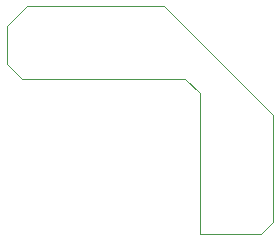
<source format=gbr>
%TF.GenerationSoftware,KiCad,Pcbnew,7.0.7*%
%TF.CreationDate,2024-03-24T16:36:29-04:00*%
%TF.ProjectId,RCP-FLEX,5243502d-464c-4455-982e-6b696361645f,rev?*%
%TF.SameCoordinates,Original*%
%TF.FileFunction,Profile,NP*%
%FSLAX46Y46*%
G04 Gerber Fmt 4.6, Leading zero omitted, Abs format (unit mm)*
G04 Created by KiCad (PCBNEW 7.0.7) date 2024-03-24 16:36:29*
%MOMM*%
%LPD*%
G01*
G04 APERTURE LIST*
%TA.AperFunction,Profile*%
%ADD10C,0.100000*%
%TD*%
G04 APERTURE END LIST*
D10*
X159750000Y-57350000D02*
X171400000Y-57350000D01*
X174390000Y-76620000D02*
X174400000Y-64750000D01*
X180575000Y-66575000D02*
X171400000Y-57350000D01*
X174400000Y-64750000D02*
X173150000Y-63500000D01*
X158100000Y-59000000D02*
X159750000Y-57350000D01*
X174390000Y-76620000D02*
X179575000Y-76625000D01*
X173150000Y-63500000D02*
X159350000Y-63500000D01*
X158100000Y-62243900D02*
X158100000Y-59000000D01*
X159350000Y-63493900D02*
X158100000Y-62243900D01*
X179575000Y-76625000D02*
X180575000Y-75625000D01*
X180575000Y-66575000D02*
X180575000Y-75625000D01*
M02*

</source>
